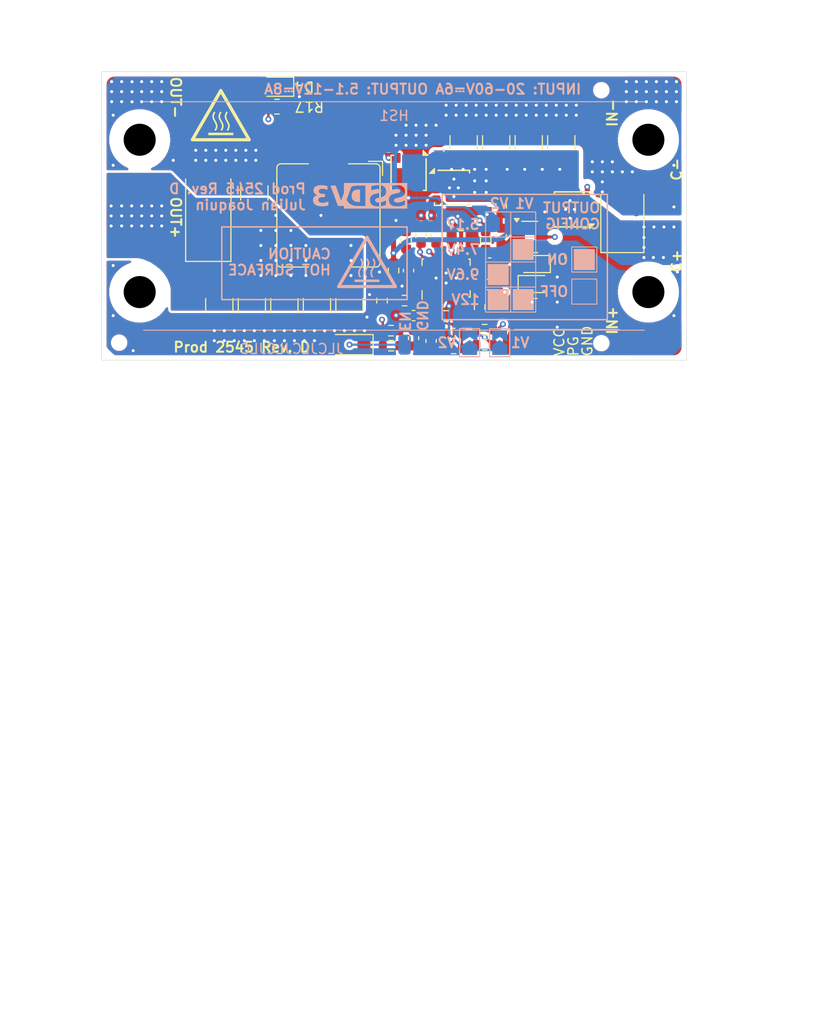
<source format=kicad_pcb>
(kicad_pcb (version 20241229) (generator "pcbnew") (generator_version "9.0")
  (title_block (title "Super Step Down V3") (date "2025-11-08") (rev "D") (company "UBCO Aerospace") (comment 1 "Author(s): Julian Joaquin") (comment 4 "A 12S battery eliminator circuit (BEC) for UAS applications."))
  (layers (0 "F.Cu" signal) (4 "In1.Cu" signal) (6 "In2.Cu" signal) (2 "B.Cu" signal) (13 "F.Paste" user) (15 "B.Paste" user) (5 "F.SilkS" user "F.Silkscreen") (7 "B.SilkS" user "B.Silkscreen") (1 "F.Mask" user) (3 "B.Mask" user) (25 "Edge.Cuts" user))
  (net 0 "")
  (net 1 "PGND")
  (net 2 "AGND")
  (net 3 "VCC")
  (net 4 "VOUT")
  (net 5 "PG")
  (net 6 "VIN")
  (net 7 "VBAT")
  (net 10 "/rpp/U1_VS")
  (net 11 "/rpp/U1_GND")
  (net 12 "/buck_converter/U2_VIN")
  (net 13 "/buck_converter/SS_TRK")
  (net 14 "/buck_converter/COMP_RC2")
  (net 15 "/buck_converter/FB")
  (net 16 "/buck_converter/COMP_RC1")
  (net 17 "/buck_converter/COMP")
  (net 18 "/buck_converter/RBST")
  (net 19 "/buck_converter/BST")
  (net 20 "/buck_converter/ILIM")
  (net 21 "/buck_converter/VOUT_LED")
  (net 22 "/buck_converter/JP_CFG1")
  (net 23 "/buck_converter/JP_CFG2")
  (net 24 "/buck_converter/SW")
  (net 25 "/rpp/U1_GATE")
  (net 26 "/buck_converter/HO")
  (net 27 "/buck_converter/LO")
  (net 28 "U2_EN")
  (net 29 "/buck_converter/SYNCIN")
  (net 30 "/buck_converter/RT")
  (net 31 "U1_EN")
  (footprint "Capacitor_SMD:C_1210_3225Metric" (layer "F.Cu") (at 131.75 123.35 -90)
    (property "Reference" "C22" (hide yes))
    (property "Value" "22uF")
  )
  (footprint "Diode_SMD:D_SOD-323" (layer "F.Cu") (at 163.2 119.2 180)
    (property "Reference" "D2" (hide yes))
    (property "Value" "BAT46WS")
  )
  (footprint "Capacitor_SMD:C_0603_1608Metric" (layer "F.Cu") (at 153.4 116.35 -90)
    (property "Reference" "C15" (hide yes))
    (property "Value" "100nF")
  )
  (footprint "Resistor_SMD:R_0603_1608Metric" (layer "F.Cu") (at 150.4 116.85 -90)
    (property "Reference" "R2" (hide yes))
    (property "Value" "2.2")
  )
  (footprint "Diode_SMD:D_SOD-323" (layer "F.Cu") (at 163.2 121.2)
    (property "Reference" "D3" (hide yes))
    (property "Value" "BAT46WS")
  )
  (footprint "Connector_Pad:SolderWirePad_1x03_SMD_1.5x2mm" (layer "F.Cu") (at 160.44 127.25)
    (property "Reference" "J8" (hide yes))
    (property "Value" "SolderPad_1x03")
  )
  (footprint "Resistor_SMD:R_0603_1608Metric" (layer "F.Cu") (at 148.9 125.85)
    (property "Reference" "R9" (hide yes))
    (property "Value" "68")
  )
  (footprint "Connector_Wire:SolderWirePad_1x01_SMD_1.5x3mm" (layer "F.Cu") (at 176.4 117 -90)
    (property "Reference" "J2" (hide yes))
    (property "Value" "SolderPad")
  )
  (footprint "Package_SON_JJ:Infineon_PG-TSDSON-8-26_3.3x3.3mm_P0.65mm" (layer "F.Cu") (at 150.65 110.1 -90)
    (property "Reference" "Q3" (hide yes))
    (property "Value" "BSZ096N10LS5")
  )
  (footprint "Capacitor_SMD:C_0603_1608Metric" (layer "F.Cu") (at 151.15 126.6 -90)
    (property "Reference" "C12" (hide yes))
    (property "Value" "1.5nF")
  )
  (footprint "NetTie:NetTie-2_SMD_Pad0.5mm" (layer "F.Cu") (at 154.65 121.625 -90)
    (property "Reference" "NT1" (hide yes))
    (property "Value" "NetTie_2" (hide yes))
  )
  (footprint "Resistor_SMD:R_0603_1608Metric" (layer "F.Cu") (at 151.9 116.35 -90)
    (property "Reference" "R15" (hide yes))
    (property "Value" "2.2")
  )
  (footprint "Capacitor_SMD:C_0805_2012Metric" (layer "F.Cu") (at 155.9 116.6)
    (property "Reference" "C10" (hide yes))
    (property "Value" "2.2uF")
  )
  (footprint "Package_TO_SOT_SMD:TSOT-23-6" (layer "F.Cu") (at 162.75 116.5)
    (property "Reference" "U1" (hide yes))
    (property "Value" "LM5050-1")
  )
  (footprint "Connector_Wire:SolderWirePad_1x01_SMD_3x6mm" (layer "F.Cu") (at 123.5 102 90)
    (property "Reference" "J6" (hide yes))
    (property "Value" "SolderPad")
  )
  (footprint "Resistor_SMD:R_0603_1608Metric" (layer "F.Cu") (at 158.75 121.25 180)
    (property "Reference" "R5" (hide yes))
    (property "Value" "20k")
  )
  (footprint "Capacitor_SMD:C_0603_1608Metric" (layer "F.Cu") (at 155.15 126.125)
    (property "Reference" "C13" (hide yes))
    (property "Value" "4.7nF")
  )
  (footprint "Resistor_SMD:R_0603_1608Metric" (layer "F.Cu") (at 154.4 124.375)
    (property "Reference" "R14" (hide yes))
    (property "Value" "3.74k")
  )
  (footprint "Capacitor_SMD:C_0603_1608Metric" (layer "F.Cu") (at 150.65 119.85 -90)
    (property "Reference" "C9" (hide yes))
    (property "Value" "100nF")
  )
  (footprint "Capacitor_SMD:C_1210_3225Metric" (layer "F.Cu") (at 162.65 107.1 90)
    (property "Reference" "C5" (hide yes))
    (property "Value" "10uF")
  )
  (footprint "Capacitor_Tantalum_SMD:CP_EIA-7343-20_Kemet-V_HandSolder" (layer "F.Cu") (at 130.65 114.35 90)
    (property "Reference" "C23" (hide yes))
    (property "Value" "100uF")
  )
  (footprint "Connector_Wire:SolderWirePad_1x01_SMD_3x6mm" (layer "F.Cu") (at 123.5 114.4 90)
    (property "Reference" "J5" (hide yes))
    (property "Value" "SolderPad")
  )
  (footprint "Connector_Wire:SolderWirePad_1x01_SMD_3x6mm" (layer "F.Cu") (at 174.9 126.8 -90)
    (property "Reference" "J1" (hide yes))
    (property "Value" "SolderPad")
  )
  (footprint "Capacitor_SMD:C_0603_1608Metric" (layer "F.Cu") (at 153.65 107.85 90)
    (property "Reference" "C4" (hide yes))
    (property "Value" "100nF")
  )
  (footprint "Capacitor_SMD:C_1210_3225Metric" (layer "F.Cu") (at 165.9 107.1 90)
    (property "Reference" "C8" (hide yes))
    (property "Value" "10uF")
  )
  (footprint "Capacitor_SMD:C_1210_3225Metric" (layer "F.Cu") (at 156.15 107.1 90)
    (property "Reference" "C7" (hide yes))
    (property "Value" "10uF")
  )
  (footprint "Capacitor_SMD:C_1210_3225Metric" (layer "F.Cu") (at 159.4 107.1 90)
    (property "Reference" "C6" (hide yes))
    (property "Value" "10uF")
  )
  (footprint "Capacitor_SMD:C_1210_3225Metric" (layer "F.Cu") (at 135 123.35 -90)
    (property "Reference" "C19" (hide yes))
    (property "Value" "22uF")
  )
  (footprint "Package_SON_JJ:Texas_DQG0008A_3.3x3.3mm_P0.65mm_ThermalVias-D0.3mm" (layer "F.Cu") (at 154.95 111.6)
    (property "Reference" "Q2" (hide yes))
    (property "Value" "CSD19537Q3")
  )
  (footprint "Capacitor_SMD:C_1210_3225Metric" (layer "F.Cu") (at 135.25 112.1 90)
    (property "Reference" "C21" (hide yes))
    (property "Value" "22uF")
  )
  (footprint "LOGO" (layer "F.Cu") (at 131.9 104.35)
    (property "Reference" "G***" (hide yes))
    (property "Value" "LOGO" (hide yes))
  )
  (footprint "Capacitor_SMD:C_0603_1608Metric" (layer "F.Cu") (at 152.9 126.875 90)
    (property "Reference" "C14" (hide yes))
    (property "Value" "68pF")
  )
  (footprint "Capacitor_SMD:C_1210_3225Metric" (layer "F.Cu") (at 144.75 123.35 -90)
    (property "Reference" "C20" (hide yes))
    (property "Value" "22uF")
  )
  (footprint "Capacitor_SMD:C_0603_1608Metric" (layer "F.Cu") (at 151.15 124.35 180)
    (property "Reference" "C11" (hide yes))
    (property "Value" "47nF")
  )
  (footprint "Resistor_SMD:R_0603_1608Metric" (layer "F.Cu") (at 158.25 125.75)
    (property "Reference" "R12" (hide yes))
    (property "Value" "6.81k")
  )
  (footprint "Diode_SMD:D_SMB" (layer "F.Cu") (at 172 114.4 90)
    (property "Reference" "D1" (hide yes))
    (property "Value" "64V")
  )
  (footprint "MountingHole:ToolingHole_1.152mm" (layer "F.Cu") (at 169.9 127.1 180)
    (property "Reference" "H6" (hide yes))
    (property "Value" "MountingHole")
  )
  (footprint "Resistor_SMD:R_0603_1608Metric" (layer "F.Cu") (at 149.15 119.85 -90)
    (property "Reference" "R3" (hide yes))
    (property "Value" "150k")
  )
  (footprint "Resistor_SMD:R_0603_1608Metric" (layer "F.Cu") (at 159.25 123.5 -90)
    (property "Reference" "R6" (hide yes))
    (property "Value" "20k")
  )
  (footprint "Inductor_SMD:L_Bourns_SRP1038C_10.0x10.0mm" (layer "F.Cu") (at 142.65 114.35 -90)
    (property "Reference" "L1" (hide yes))
    (property "Value" "4.7uH")
  )
  (footprint "LED_SMD:LED_0805_2012Metric" (layer "F.Cu") (at 137.5 101.5 180)
    (property "Reference" "D4")
    (property "Value" "GREEN")
  )
  (footprint "Resistor_SMD:R_0603_1608Metric" (layer "F.Cu") (at 159.9 113.4 -90)
    (property "Reference" "R1" (hide yes))
    (property "Value" "68")
  )
  (footprint "Resistor_SMD:R_0603_1608Metric" (layer "F.Cu") (at 155.15 127.625)
    (property "Reference" "R11" (hide yes))
    (property "Value" "10k")
  )
  (footprint "Resistor_SMD:R_0603_1608Metric" (layer "F.Cu") (at 150.25 122.85 180)
    (property "Reference" "R7" (hide yes))
    (property "Value" "24k")
  )
  (footprint "Resistor_SMD:R_0603_1608Metric" (layer "F.Cu") (at 148.9 127.35)
    (property "Reference" "R10" (hide yes))
    (property "Value" "20k")
  )
  (footprint "Capacitor_SMD:C_0603_1608Metric" (layer "F.Cu") (at 158.75 119.1)
    (property "Reference" "C16" (hide yes))
    (property "Value" "12pF")
  )
  (footprint "Resistor_SMD:R_0603_1608Metric" (layer "F.Cu") (at 158.25 127.25)
    (property "Reference" "R13" (hide yes))
    (property "Value" "3.48k")
  )
  (footprint "Resistor_SMD:R_0603_1608Metric" (layer "F.Cu") (at 158.35 116.85 -90)
    (property "Reference" "R16" (hide yes))
    (property "Value" "430")
  )
  (footprint "Package_TO_SOT_SMD:SOT-23-3" (layer "F.Cu") (at 162.7 124.2)
    (property "Reference" "D6" (hide yes))
    (property "Value" "8V")
  )
  (footprint "Capacitor_SMD:C_0603_1608Metric" (layer "F.Cu") (at 165.75 118.5 -90)
    (property "Reference" "C2" (hide yes))
    (property "Value" "100nF")
  )
  (footprint "Connector_Wire:SolderWirePad_1x01_SMD_3x6mm" (layer "F.Cu") (at 174.9 102 -90)
    (property "Reference" "J4" (hide yes))
    (property "Value" "SolderPad")
  )
  (footprint "MountingHole:ToolingHole_1.152mm" (layer "F.Cu") (at 169.9 101.85 180)
    (property "Reference" "H7" (hide yes))
    (property "Value" "MountingHole")
  )
  (footprint "Capacitor_SMD:C_0603_1608Metric" (layer "F.Cu") (at 159.9 116.4 -90)
    (property "Reference" "C3" (hide yes))
    (property "Value" "100nF")
  )
  (footprint "Resistor_SMD:R_0603_1608Metric" (layer "F.Cu") (at 148 122.85 -90)
    (property "Reference" "R4" (hide yes))
    (property "Value" "12k")
  )
  (footprint "Resistor_SMD:R_0805_2012Metric" (layer "F.Cu") (at 137.5 103.5)
    (property "Reference" "R17")
    (property "Value" "1k")
  )
  (footprint "Package_QFN_JJ:Texas_RGY0020B_EP_3.5x4.5mm_P0.5mm_ThermalVias-D0.3mm" (layer "F.Cu") (at 154.4 120.6 90)
    (property "Reference" "U2" (hide yes))
    (property "Value" "LM5146")
  )
  (footprint "Package_SON_JJ:Texas_DQG0008A_3.3x3.3mm_P0.65mm_ThermalVias-D0.3mm" (layer "F.Cu") (at 167 113.75 180)
    (property "Reference" "Q1" (hide yes))
    (property "Value" "CSD19537Q3")
  )
  (footprint "Capacitor_SMD:C_1210_3225Metric" (layer "F.Cu") (at 141.5 123.35 -90)
    (property "Reference" "C17" (hide yes))
    (property "Value" "22uF")
  )
  (footprint "Connector_Wire:SolderWirePad_1x01_SMD_1.5x3mm" (layer "F.Cu") (at 176.4 111.8 -90)
    (property "Reference" "J3" (hide yes))
    (property "Value" "SolderPad")
  )
  (footprint "Diode_SMD:D_SMF" (layer "F.Cu") (at 144.75 127.25 180)
    (property "Reference" "D5" (hide yes))
    (property "Value" "60V")
  )
  (footprint "Capacitor_SMD:C_1210_3225Metric" (layer "F.Cu") (at 138.25 123.35 -90)
    (property "Reference" "C18" (hide yes))
    (property "Value" "22uF")
  )
  (footprint "Resistor_SMD:R_0603_1608Metric" (layer "F.Cu") (at 157.75 123.5 -90)
    (property "Reference" "R8" (hide yes))
    (property "Value" "0")
  )
  (footprint "MountingHole:ToolingHole_1.152mm" (layer "F.Cu") (at 121.75 127.05 180)
    (property "Reference" "H5" (hide yes))
    (property "Value" "MountingHole")
  )
  (footprint "LOGO" (layer "B.Cu") (at 146.5 119 180)
    (property "Reference" "G***" (hide yes))
    (property "Value" "LOGO" (hide yes))
  )
  (footprint "Heatsink_JJ:24180xB9x200G" (layer "B.Cu") (at 149.2 114.4 180)
    (property "Reference" "HS1")
    (property "Value" "241802B92200G")
  )
  (footprint "Jumper:SolderJumper-2_P1.3mm_Open_TrianglePad1.0x1.5mm" (layer "B.Cu") (at 156.75 127.05 90)
    (property "Reference" "JP2" (hide yes))
    (property "Value" "9.6V")
  )
  (footprint "Connector_Pad:SolderWirePad_1x02_SMD_1.5x2mm" (layer "B.Cu") (at 150 127.25)
    (property "Reference" "J7" (hide yes))
    (property "Value" "SolderPad_1x02")
  )
  (footprint "Jumper:SolderJumper-2_P1.3mm_Open_TrianglePad1.0x1.5mm" (layer "B.Cu") (at 159.75 127.05 90)
    (property "Reference" "JP1" (hide yes))
    (property "Value" "7.4V")
  )
  (gr_rect (start 168.2 113.305) (end 169.55 114.2) (stroke (width 0.2)) (fill yes) (layer "F.Cu") (net 7))
  (gr_rect (start 162.8875 114.8525) (end 164.7625 115.7475) (stroke (width 0.2)) (fill yes) (layer "F.Cu") (net 6))
  (gr_arc (start 154.7 125.15) (mid 155.018197 125.281801) (end 155.15 125.599998) (stroke (width 0.2)) (layer "F.Cu") (net 15))
  (gr_arc (start 155.15 125.6) (mid 155.281801 125.281803) (end 155.599998 125.15) (stroke (width 0.2)) (layer "F.Cu") (net 15))
  (gr_rect (start 166.95 120.7) (end 169.45 123.2) (stroke (width 0.1)) (fill no) (layer "B.SilkS"))
  (gr_rect (start 158.35 114) (end 163.35 124) (stroke (width 0.1)) (fill no) (layer "B.SilkS"))
  (gr_rect (start 158.6 121.75) (end 160.6 123.75) (stroke (width 0.1)) (fill yes) (layer "B.SilkS"))
  (gr_line (start 171.65 125.75) (end 161.25 125.75) (stroke (width 0.15)) (layer "B.SilkS"))
  (gr_rect (start 154 112.25) (end 170.5 124.75) (stroke (width 0.15)) (fill no) (layer "B.SilkS"))
  (gr_rect (start 161.1 121.75) (end 163.1 123.75) (stroke (width 0.1)) (fill yes) (layer "B.SilkS"))
  (gr_rect (start 166.95 117.5) (end 169.45 120) (stroke (width 0.1)) (fill no) (layer "B.SilkS"))
  (gr_line (start 163.35 121.5) (end 158.35 121.5) (stroke (width 0.1)) (layer "B.SilkS"))
  (gr_rect (start 161.1 116.75) (end 163.1 118.75) (stroke (width 0.1)) (fill yes) (layer "B.SilkS"))
  (gr_rect (start 132 115.5) (end 150.5 122.75) (stroke (width 0.15)) (fill no) (layer "B.SilkS"))
  (gr_line (start 160.85 114) (end 160.85 124) (stroke (width 0.1)) (layer "B.SilkS"))
  (gr_line (start 163.35 119) (end 158.35 119) (stroke (width 0.1)) (layer "B.SilkS"))
  (gr_line (start 163.35 116.5) (end 158.35 116.5) (stroke (width 0.1)) (layer "B.SilkS"))
  (gr_rect (start 167.2 117.75) (end 169.2 119.75) (stroke (width 0.1)) (fill yes) (layer "B.SilkS"))
  (gr_rect (start 158.6 119.25) (end 160.6 121.25) (stroke (width 0.1)) (fill yes) (layer "B.SilkS"))
  (gr_rect (start 120 100) (end 178.4 128.8) (stroke (width 0.05)) (fill no) (layer "Edge.Cuts"))
  (gr_text "VCC" (at 165.7 128.5 90) (layer "F.SilkS") (effects (font (size 1 1)) (justify left)))
  (gr_text "OUT+" (at 127.4 114.575 270) (layer "F.SilkS") (effects (font (size 1 1) (thickness 0.2) (bold yes))))
  (gr_text "IN+" (at 171 126.35 90) (layer "F.SilkS") (effects (font (size 1 1) (thickness 0.2) (bold yes)) (justify left)))
  (gr_text "Prod 2545 Rev. D" (at 134 127.5 0) (layer "F.SilkS") (effects (font (size 1 1) (thickness 0.2) (bold yes))))
  (gr_text "IN-" (at 171 102.6 90) (layer "F.SilkS") (effects (font (size 1 1) (thickness 0.2) (bold yes)) (justify right)))
  (gr_text "C+" (at 178 118.9 90) (layer "F.SilkS") (effects (font (size 1 1) (thickness 0.2) (bold yes)) (justify bottom)))
  (gr_text "OUT-" (at 127.4 102.6 270) (layer "F.SilkS") (effects (font (size 1 1) (thickness 0.2) (bold yes))))
  (gr_text "PG" (at 167.1 128.5 90) (layer "F.SilkS") (effects (font (size 1 1)) (justify left)))
  (gr_text "C-" (at 178 109.75 90) (layer "F.SilkS") (effects (font (size 1 1) (thickness 0.2) (bold yes)) (justify bottom)))
  (gr_text "GND" (at 168.5 128.5 90) (layer "F.SilkS") (effects (font (size 1 1)) (justify left)))
  (gr_text "V2" (at 159.7 113.75 0) (layer "B.SilkS") (effects (font (size 1 1) (thickness 0.2) (bold yes)) (justify bottom mirror)))
  (gr_text "5.1V" (at 157.85 115.25 0) (layer "B.SilkS") (effects (font (size 1 1) (thickness 0.2) (bold yes)) (justify left mirror)))
  (gr_text "EN" (at 150.25 126 270) (layer "B.SilkS") (effects (font (size 1 1) (thickness 0.2) (bold yes)) (justify left mirror)))
  (gr_text "7.4V" (at 157.85 117.75 0) (layer "B.SilkS") (effects (font (size 1 1) (thickness 0.2) (bold yes)) (justify left mirror)))
  (gr_text "V2" (at 155.5 127.05 0) (layer "B.SilkS") (effects (font (size 1 1) (thickness 0.2) (bold yes)) (justify left mirror)))
  (gr_text "Prod 2545 Rev. D\nJulian Joaquin" (at 140.5 112.5 0) (layer "B.SilkS") (effects (font (size 1 1) (thickness 0.2) (bold yes)) (justify left mirror)))
  (gr_text "12V" (at 157.85 122.75 0) (layer "B.SilkS") (effects (font (size 1 1) (thickness 0.2) (bold yes)) (justify left mirror)))
  (gr_text "SSD" (at 150.5 113.75 0) (layer "B.SilkS" knockout) (effects (font (size 2 2) (thickness 0.4) (bold yes) (italic yes)) (justify left bottom mirror)))
  (gr_text "CAUTION\nHOT SURFACE" (at 143 119 0) (layer "B.SilkS") (effects (font (size 1 1) (thickness 0.2) (bold yes)) (justify left mirror)))
  (gr_text "OFF" (at 166.7 121.95 0) (layer "B.SilkS") (effects (font (size 1 1) (thickness 0.2) (bold yes)) (justify left mirror)))
  (gr_text "V1" (at 160.75 127.05 0) (layer "B.SilkS") (effects (font (size 1 1) (thickness 0.2) (bold yes)) (justify right mirror)))
  (gr_text "V3" (at 145 113.75 0) (layer "B.SilkS") (effects (font (size 2 2) (thickness 0.4) (bold yes) (italic yes)) (justify left bottom mirror)))
  (gr_text "INPUT: 20-60V⎓6A OUTPUT: 5.1-12V⎓8A" (at 168 101.75 0) (layer "B.SilkS") (effects (font (size 1 1) (thickness 0.2) (bold yes)) (justify left mirror)))
  (gr_text "9.6V" (at 157.85 120.25 0) (layer "B.SilkS") (effects (font (size 1 1) (thickness 0.2) (bold yes)) (justify left mirror)))
  (gr_text "V1" (at 162.2 113.75 0) (layer "B.SilkS") (effects (font (size 1 1) (thickness 0.2) (bold yes)) (justify bottom mirror)))
  (gr_text "OUTPUT\nCONFIG" (at 169.9 114.4 0) (layer "B.SilkS") (effects (font (size 1 1) (thickness 0.2) (bold yes)) (justify left mirror)))
  (gr_text "GND" (at 152 126 270) (layer "B.SilkS") (effects (font (size 1 1) (thickness 0.2) (bold yes)) (justify left mirror)))
  (gr_text "ON" (at 166.7 118.75 0) (layer "B.SilkS") (effects (font (size 1 1) (thickness 0.2) (bold yes)) (justify left mirror)))
  (gr_text "JLCJLCJLCJLC" (at 144.25 128.25 0) (layer "B.SilkS") (effects (font (size 1 1)) (justify left bottom mirror)))
  (segment (start 156.149999 118.950001) (end 156.149999 118.600001) (width 0.25) (layer "F.Cu") (net 1))
  (segment (start 156.149999 119.350001) (end 156.149999 118.950001) (width 0.25) (layer "F.Cu") (net 1))
  (segment (start 155.566977 114.433023) (end 155.566977 114.502322) (width 0.5) (layer "F.Cu") (net 1))
  (segment (start 154.900001 120.6) (end 156.149999 119.350001) (width 0.25) (layer "F.Cu") (net 1))
  (segment (start 156.85 115.8) (end 156.85 116.6) (width 0.5) (layer "F.Cu") (net 1))
  (segment (start 155.75229 114.687635) (end 155.75229 114.70229) (width 0.5) (layer "F.Cu") (net 1))
  (segment (start 156.85 117.9) (end 156.85 116.6) (width 0.25) (layer "F.Cu") (net 1))
  (segment (start 155.75229 114.70229) (end 156.85 115.8) (width 0.5) (layer "F.Cu") (net 1))
  (segment (start 155.566977 114.502322) (end 155.75229 114.687635) (width 0.5) (layer "F.Cu") (net 1))
  (segment (start 156.149999 118.600001) (end 156.85 117.9) (width 0.25) (layer "F.Cu") (net 1))
  (via (at 144.25 125.85) (size 0.6) (drill 0.3) (layers "F.Cu" "B.Cu") (net 1))
  (via (at 132.25 125.85) (size 0.6) (drill 0.3) (layers "F.Cu" "B.Cu") (net 1))
  (via (at 136.25 126.85) (size 0.6) (drill 0.3) (layers "F.Cu" "B.Cu") (net 1))
  (via (at 165.5 125.5) (size 0.6) (drill 0.3) (layers "F.Cu" "B.Cu") (net 1))
  (via (at 149.4 114.85) (size 0.6) (drill 0.3) (layers "F.Cu" "B.Cu") (net 1))
  (via (at 154.4 103.35) (size 0.6) (drill 0.3) (layers "F.Cu" "B.Cu") (net 1))
  (via (at 149.4 107.350952) (size 0.6) (drill 0.3) (layers "F.Cu" "B.Cu") (net 1))
  (via (at 158.5 114.25) (size 0.6) (drill 0.3) (layers "F.Cu" "B.Cu") (net 1))
  (via (at 167.4 104.35) (size 0.6) (drill 0.3) (layers "F.Cu" "B.Cu") (net 1))
  (via (at 161.4 103.35) (size 0.6) (drill 0.3) (layers "F.Cu" "B.Cu") (net 1))
  (via (at 121.15 109.35) (size 0.6) (drill 0.3) (layers "F.Cu" "B.Cu") (net 1))
  (via (at 163.4 104.35) (size 0.6) (drill 0.3) (layers "F.Cu" "B.Cu") (net 1))
  (via (at 170 110) (size 0.6) (drill 0.3) (layers "F.Cu" "B.Cu") (net 1))
  (via (at 133.25 126.85) (size 0.6) (drill 0.3) (layers "F.Cu" "B.Cu") (net 1))
  (via (at 177.5 120) (size 0.6) (drill 0.3) (layers "F.Cu" "B.Cu") (net 1))
  (via (at 142.267818 125.861786) (size 0.6) (drill 0.3) (layers "F.Cu" "B.Cu") (net 1))
  (via (at 159.4 104.35) (size 0.6) (drill 0.3) (layers "F.Cu" "B.Cu") (net 1))
  (via (at 140.25 126.85) (size 0.6) (drill 0.3) (layers "F.Cu" "B.Cu") (net 1))
  (via (at 155.566977 114.433023) (size 0.6) (drill 0.3) (layers "F.Cu" "B.Cu") (net 1))
  (via (at 161.4 104.35) (size 0.6) (drill 0.3) (layers "F.Cu" "B.Cu") (net 1))
  (via (at 137.25 125.85) (size 0.6) (drill 0.3) (layers "F.Cu" "B.Cu") (net 1))
  (via (at 139.25 126.85) (size 0.6) (drill 0.3) (layers "F.Cu" "B.Cu") (net 1))
  (via (at 152.4 107.35) (size 0.6) (drill 0.3) (layers "F.Cu" "B.Cu") (net 1))
  (via (at 157.4 104.35) (size 0.6) (drill 0.3) (layers "F.Cu" "B.Cu") (net 1))
  (via (at 149.4 106.35) (size 0.6) (drill 0.3) (layers "F.Cu" "B.Cu") (net 1))
  (via (at 165.5 123) (size 0.6) (drill 0.3) (layers "F.Cu" "B.Cu") (net 1))
  (via (at 154.4 104.35) (size 0.6) (drill 0.3) (layers "F.Cu" "B.Cu") (net 1))
  (via (at 134.4 107.85) (size 0.6) (drill 0.3) (layers "F.Cu" "B.Cu") (net 1))
  (via (at 131.25 125.85) (size 0.6) (drill 0.3) (layers "F.Cu" "B.Cu") (net 1))
  (via (at 132.25 126.85) (size 0.6) (drill 0.3) (layers "F.Cu" "B.Cu") (net 1))
  (via (at 153.4 105.35) (size 0.6) (drill 0.3) (layers "F.Cu" "B.Cu") (net 1))
  (via (at 155.4 104.35) (size 0.6) (drill 0.3) (layers "F.Cu" "B.Cu") (net 1))
  (via (at 138.25 125.85) (size 0.6) (drill 0.3) (layers "F.Cu" "B.Cu") (net 1))
  (via (at 135.25 126.85) (size 0.6) (drill 0.3) (layers "F.Cu" "B.Cu") (net 1))
  (via (at 152.4 106.35) (size 0.6) (drill 0.3) (layers "F.Cu" "B.Cu") (net 1))
  (via (at 170 111) (size 0.6) (drill 0.3) (layers "F.Cu" "B.Cu") (net 1))
  (via (at 146.25 125.85) (size 0.6) (drill 0.3) (layers "F.Cu" "B.Cu") (net 1))
  (via (at 166.4 104.35) (size 0.6) (drill 0.3) (layers "F.Cu" "B.Cu") (net 1))
  (via (at 166.4 103.35) (size 0.6) (drill 0.3) (layers "F.Cu" "B.Cu") (net 1))
  (via (at 155.4 103.35) (size 0.6) (drill 0.3) (layers "F.Cu" "B.Cu") (net 1))
  (via (at 129.4 107.85) (size 0.6) (drill 0.3) (layers "F.Cu" "B.Cu") (net 1))
  (via (at 134.25 126.85) (size 0.6) (drill 0.3) (layers "F.Cu" "B.Cu") (net 1))
  (via (at 163 123) (size 0.6) (drill 0.3) (layers "F.Cu" "B.Cu") (net 1))
  (via (at 135.4 108.85) (size 0.6) (drill 0.3) (layers "F.Cu" "B.Cu") (net 1))
  (via (at 133.4 108.85) (size 0.6) (drill 0.3) (layers "F.Cu" "B.Cu") (net 1))
  (via (at 159.4 103.35) (size 0.6) (drill 0.3) (layers "F.Cu" "B.Cu") (net 1))
  (via (at 169 110) (size 0.6) (drill 0.3) (layers "F.Cu" "B.Cu") (net 1))
  (via (at 177.15 109.35) (size 0.6) (drill 0.3) (layers "F.Cu" "B.Cu") (net 1))
  (via (at 141.25 125.85) (size 0.6) (drill 0.3) (layers "F.Cu" "B.Cu") (net 1))
  (via (at 164.4 103.35) (size 0.6) (drill 0.3) (layers "F.Cu" "B.Cu") (net 1))
  (via (at 171 109) (size 0.6) (drill 0.3) (layers "F.Cu" "B.Cu") (net 1))
  (via (at 150.4 106.35) (size 0.6) (drill 0.3) (layers "F.Cu" "B.Cu") (net 1))
  (via (at 156.4 104.35) (size 0.6) (drill 0.3) (layers "F.Cu" "B.Cu") (net 1))
  (via (at 151.4 107.35) (size 0.6) (drill 0.3) (layers "F.Cu" "B.Cu") (net 1))
  (via (at 138.25 126.85) (size 0.6) (drill 0.3) (layers "F.Cu" "B.Cu") (net 1))
  (via (at 145.25 125.85) (size 0.6) (drill 0.3) (layers "F.Cu" "B.Cu") (net 1))
  (via (at 139.25 125.85) (size 0.6) (drill 0.3) (layers "F.Cu" "B.Cu") (net 1))
  (via (at 172 110) (size 0.6) (drill 0.3) (layers "F.Cu" "B.Cu") (net 1))
  (via (at 121.15 119.35) (size 0.6) (drill 0.3) (layers "F.Cu" "B.Cu") (net 1))
  (via (at 165.4 104.35) (size 0.6) (drill 0.3) (layers "F.Cu" "B.Cu") (net 1))
  (via (at 123.15 127.85) (size 0.6) (drill 0.3) (layers "F.Cu" "B.Cu") (net 1))
  (via (at 137.25 126.85) (size 0.6) (drill 0.3) (layers "F.Cu" "B.Cu") (net 1))
  (via (at 141.9 114.35) (size 0.6) (drill 0.3) (layers "F.Cu" "B.Cu") (net 1))
  (via (at 134.25 125.85) (size 0.6) (drill 0.3) (layers "F.Cu" "B.Cu") (net 1))
  (via (at 158.4 103.35) (size 0.6) (drill 0.3) (layers "F.Cu" "B.Cu") (net 1))
  (via (at 157.4 103.35) (size 0.6) (drill 0.3) (layers "F.Cu" "B.Cu") (net 1))
  (via (at 136.25 125.85) (size 0.6) (drill 0.3) (layers "F.Cu" "B.Cu") (net 1))
  (via (at 173 110) (size 0.6) (drill 0.3) (layers "F.Cu" "B.Cu") (net 1))
  (via (at 147.75 120) (size 0.6) (drill 0.3) (layers "F.Cu" "B.Cu") (net 1))
  (via (at 146.75 122.25) (size 0.6) (drill 0.3) (layers "F.Cu" "B.Cu") (net 1))
  (via (at 170 112) (size 0.6) (drill 0.3) (layers "F.Cu" "B.Cu") (net 1))
  (via (at 177.15 113.5) (size 0.6) (drill 0.3) (layers "F.Cu" "B.Cu") (net 1))
  (via (at 156.4 103.35) (size 0.6) (drill 0.3) (layers "F.Cu" "B.Cu") (net 1))
  (via (at 139.75 102.5) (size 0.6) (drill 0.3) (layers "F.Cu" "B.Cu") (net 1))
  (via (at 169 109) (size 0.6) (drill 0.3) (layers "F.Cu" "B.Cu") (net 1))
  (via (at 133.4 107.85) (size 0.6) (drill 0.3) (layers "F.Cu" "B.Cu") (net 1))
  (via (at 127.15 108.85) (size 0.6) (drill 0.3) (layers "F.Cu" "B.Cu") (net 1))
  (via (at 143.25 125.85) (size 0.6) (drill 0.3) (layers "F.Cu" "B.Cu") (net 1))
  (via (at 165.5 120.5) (size 0.6) (drill 0.3) (layers "F.Cu" "B.Cu") (net 1))
  (via (at 135.4 107.85) (size 0.6) (drill 0.3) (layers "F.Cu" "B.Cu") (net 1))
  (via (at 135.25 125.85) (size 0.6) (drill 0.3) (layers "F.Cu" "B.Cu") (net 1))
  (via (at 158.4 104.35) (size 0.6) (drill 0.3) (layers "F.Cu" "B.Cu") (net 1))
  (via (at 160.75 119.25) (size 0.6) (drill 0.3) (layers "F.Cu" "B.Cu") (net 1))
  (via (at 151.4 105.35) (size 0.6) (drill 0.3) (layers "F.Cu" "B.Cu") (net 1))
  (via (at 129.4 108.85) (size 0.6) (drill 0.3) (layers "F.Cu" "B.Cu") (net 1))
  (via (at 121.15 124.35) (size 0.6) (drill 0.3) (layers "F.Cu" "B.Cu") (net 1))
  (via (at 146.5 124.5) (size 0.6) (drill 0.3) (layers "F.Cu" "B.Cu") (net 1))
  (via (at 132.4 108.85) (size 0.6) (drill 0.3) (layers "F.Cu" "B.Cu") (net 1))
  (via (at 150.4 107.35) (size 0.6) (drill 0.3) (layers "F.Cu" "B.Cu") (net 1))
  (via (at 163.4 103.35) (size 0.6) (drill 0.3) (layers "F.Cu" "B.Cu") (net 1))
  (via (at 134.4 108.85) (size 0.6) (drill 0.3) (layers "F.Cu" "B.Cu") (net 1))
  (via (at 162.4 103.35) (size 0.6) (drill 0.3) (layers "F.Cu" "B.Cu") (net 1))
  (via (at 121.15 104.35) (size 0.6) (drill 0.3) (layers "F.Cu" "B.Cu") (net 1))
  (via (at 133.25 125.85) (size 0.6) (drill 0.3) (layers "F.Cu" "B.Cu") (net 1))
  (via (at 165.4 103.35) (size 0.6) (drill 0.3) (layers "F.Cu" "B.Cu") (net 1))
  (via (at 130.4 108.85) (size 0.6) (drill 0.3) (layers "F.Cu" "B.Cu") (net 1))
  (via (at 131.4 108.85) (size 0.6) (drill 0.3) (layers "F.Cu" "B.Cu") (net 1))
  (via (at 132.4 107.85) (size 0.6) (drill 0.3) (layers "F.Cu" "B.Cu") (net 1))
  (via (at 151.4 106.35) (size 0.6) (drill 0.3) (layers "F.Cu" "B.Cu") (net 1))
  (via (at 160.4 104.35) (size 0.6) (drill 0.3) (layers "F.Cu" "B.Cu") (net 1))
  (via (at 171 110) (size 0.6) (drill 0.3) (layers "F.Cu" "B.Cu") (net 1))
  (via (at 131.25 126.85) (size 0.6) (drill 0.3) (layers "F.Cu" "B.Cu") (net 1))
  (via (at 150.4 105.35) (size 0.6) (drill 0.3) (layers "F.Cu" "B.Cu") (net 1))
  (via (at 162.4 104.35) (size 0.6) (drill 0.3) (layers "F.Cu" "B.Cu") (net 1))
  (via (at 170 109) (size 0.6) (drill 0.3) (layers "F.Cu" "B.Cu") (net 1))
  (via (at 150 121.4) (size 0.6) (drill 0.3) (layers "F.Cu" "B.Cu") (net 1))
  (via (at 130.4 107.85) (size 0.6) (drill 0.3) (layers "F.Cu" "B.Cu") (net 1))
  (via (at 140.25 125.85) (size 0.6) (drill 0.3) (layers "F.Cu" "B.Cu") (net 1))
  (via (at 141.25 126.85) (size 0.6) (drill 0.3) (layers "F.Cu" "B.Cu") (net 1))
  (via (at 131.4 107.85) (size 0.6) (drill 0.3) (layers "F.Cu" "B.Cu") (net 1))
  (via (at 152.4 105.35) (size 0.6) (drill 0.3) (layers "F.Cu" "B.Cu") (net 1))
  (via (at 160.4 103.35) (size 0.6) (drill 0.3) (layers "F.Cu" "B.Cu") (net 1))
  (via (at 164.4 104.35) (size 0.6) (drill 0.3) (layers "F.Cu" "B.Cu") (net 1))
  (via (at 167.4 103.35) (size 0.6) (drill 0.3) (layers "F.Cu" "B.Cu") (net 1))
  (via (at 177.15 124.35) (size 0.6) (drill 0.3) (layers "F.Cu" "B.Cu") (net 1))
  (segment (start 154.796447 123.946447) (end 155.225 124.375) (width 0.3) (layer "F.Cu") (net 2))
  (segment (start 154.65 123.429986) (end 154.65 123.592893) (width 0.3) (layer "F.Cu") (net 2))
  (segment (start 154.65 123.356672) (end 154.65 122.249999) (width 0.25) (layer "F.Cu") (net 2))
  (segment (start 154.686657 123.393329) (end 154.65 123.429986) (width 0.25) (layer "F.Cu") (net 2))
  (segment (start 154.686657 123.393329) (end 154.65 123.356672) (width 0.25) (layer "F.Cu") (net 2))
  (via (at 154.686657 123.393329) (size 0.6) (drill 0.3) (layers "F.Cu" "B.Cu") (net 2))
  (via (at 149.4 124.325) (size 0.6) (drill 0.3) (layers "F.Cu" "B.Cu") (net 2))
  (arc (start 154.796447 123.946447) (mid 154.68806 123.784235) (end 154.65 123.592893) (width 0.3) (layer "F.Cu") (net 2))
  (segment (start 154.686657 126.186657) (end 156.275 127.775) (width 0.25) (layer "B.Cu") (net 2))
  (segment (start 156.275 127.775) (end 159.75 127.775) (width 0.25) (layer "B.Cu") (net 2))
  (segment (start 154.686657 123.393329) (end 154.686657 126.186657) (width 0.25) (layer "B.Cu") (net 2))
  (segment (start 155.150001 118.332108) (end 155.150001 118.950001) (width 0.25) (layer "F.Cu") (net 3))
  (segment (start 154.95 117.925) (end 155.003555 117.978555) (width 0.25) (layer "F.Cu") (net 3))
  (segment (start 154.95 117.825) (end 154.95 116.6) (width 0.4) (layer "F.Cu") (net 3))
  (segment (start 161.016053 125.733947) (end 160.836446 125.913554) (width 0.25) (layer "F.Cu") (net 3))
  (segment (start 160.69 126.267107) (end 160.69 127.25) (width 0.25) (layer "F.Cu") (net 3))
  (segment (start 154.95 117.825) (end 154.95 117.925) (width 0.25) (layer "F.Cu") (net 3))
  (segment (start 159.25 122.675) (end 159.25 121.782107) (width 0.25) (layer "F.Cu") (net 3))
  (segment (start 159.575 121.325) (end 160.25 122) (width 0.25) (layer "F.Cu") (net 3))
  (segment (start 161.016053 124.516053) (end 159.25 122.75) (width 0.25) (layer "F.Cu") (net 3))
  (segment (start 161.1625 124.869607) (end 161.1625 125.380393) (width 0.25) (layer "F.Cu") (net 3))
  (via (at 154.95 117.825) (size 0.6) (drill 0.3) (layers "F.Cu" "B.Cu") (net 3))
  (via (at 160.25 122) (size 0.6) (drill 0.3) (layers "F.Cu" "B.Cu") (net 3))
  (arc (start 160.836446 125.913554) (mid 160.72806 126.075766) (end 160.69 126.267107) (width 0.25) (layer "F.Cu") (net 3))
  (arc (start 155.150001 118.332108) (mid 155.111941 118.140767) (end 155.003555 117.978555) (width 0.25) (layer "F.Cu") (net 3))
  (arc (start 161.016053 125.733947) (mid 161.12444 125.571735) (end 161.1625 125.380393) (width 0.25) (layer "F.Cu") (net 3))
  (arc (start 159.25 121.782107) (mid 159.28806 121.590765) (end 159.396447 121.428553) (width 0.25) (layer "F.Cu") (net 3))
  (arc (start 161.016053 124.516053) (mid 161.12444 124.678265) (end 161.1625 124.869607) (width 0.25) (layer "F.Cu") (net 3))
  (segment (start 148.075 124.825) (end 148.075 125.85) (width 0.25) (layer "F.Cu") (net 4))
  (segment (start 136.65 104.75) (end 136.65 103.5625) (width 0.25) (layer "F.Cu") (net 4))
  (segment (start 148 124.75) (end 148.075 124.825) (width 0.25) (layer "F.Cu") (net 4))
  (segment (start 148.075 125.85) (end 148.075 127.35) (width 0.2) (layer "F.Cu") (net 4))
  (via (at 135.9 118.85) (size 0.6) (drill 0.3) (layers "F.Cu" "B.Cu") (net 4))
  (via (at 137.4 117.35) (size 0.6) (drill 0.3) (layers "F.Cu" "B.Cu") (net 4))
  (via (at 148 124.75) (size 0.6) (drill 0.3) (layers "F.Cu" "B.Cu") (net 4))
  (via (at 137.4 120.35) (size 0.6) (drill 0.3) (layers "F.Cu" "B.Cu") (net 4))
  (via (at 138.9 115.85) (size 0.6) (drill 0.3) (layers "F.Cu" "B.Cu") (net 4))
  (via (at 137.4 115.85) (size 0.6) (drill 0.3) (layers "F.Cu" "B.Cu") (net 4))
  (via (at 138.9 117.35) (size 0.6) (drill 0.3) (layers "F.Cu" "B.Cu") (net 4))
  (via (at 135.9 117.35) (size 0.6) (drill 0.3) (layers "F.Cu" "B.Cu") (net 4))
  (via (at 138.9 120.35) (size 0.6) (drill 0.3) (layers "F.Cu" "B.Cu") (net 4))
  (via (at 138.9 118.85) (size 0.6) (drill 0.3) (layers "F.Cu" "B.Cu") (net 4))
  (via (at 144.9 118.85) (size 0.6) (drill 0.3) (layers "F.Cu" "B.Cu") (net 4))
  (via (at 144.9 117.35) (size 0.6) (drill 0.3) (layers "F.Cu" "B.Cu") (net 4))
  (via (at 135.9 120.35) (size 0.6) (drill 0.3) (layers "F.Cu" "B.Cu") (net 4))
  (via (at 135.9 115.85) (size 0.6) (drill 0.3) (layers "F.Cu" "B.Cu") (net 4))
  (via (at 140.4 118.85) (size 0.6) (drill 0.3) (layers "F.Cu" "B.Cu") (net 4))
  (via (at 136.65 104.75) (size 0.6) (drill 0.3) (layers "F.Cu" "B.Cu") (net 4))
  (via (at 137.4 118.85) (size 0.6) (drill 0.3) (layers "F.Cu" "B.Cu") (net 4))
  (via (at 140.4 117.35) (size 0.6) (drill 0.3) (layers "F.Cu" "B.Cu") (net 4))
  (via (at 140.4 120.35) (size 0.6) (drill 0.3) (layers "F.Cu" "B.Cu") (net 4))
  (via (at 137.4 114.35) (size 0.6) (drill 0.3) (layers "F.Cu" "B.Cu") (net 4))
  (via (at 144.9 120.35) (size 0.6) (drill 0.3) (layers "F.Cu" "B.Cu") (net 4))
  (segment (start 161 121.693043) (end 161 122.499871) (width 0.2) (layer "F.Cu") (net 5))
  (segment (start 157.925 121.25) (end 158.554553 120.620447) (width 0.2) (layer "F.Cu") (net 5))
  (segment (start 162.526 124.440085) (end 162.526 127.164) (width 0.2) (layer "F.Cu") (net 5))
  (segment (start 158.908107 120.474) (end 159.780957 120.474) (width 0.2) (layer "F.Cu") (net 5))
  (segment (start 160.134511 120.620447) (end 160.853554 121.33949) (width 0.2) (layer "F.Cu") (net 5))
  (segment (start 156.550001 121.350001) (end 157.824999 121.350001) (width 0.2) (layer "F.Cu") (net 5))
  (segment (start 161.146447 122.853425) (end 162.379554 124.086532) (width 0.2) (layer "F.Cu") (net 5))
  (arc (start 158.554553 120.620447) (mid 158.716765 120.51206) (end 158.908107 120.474) (width 0.2) (layer "F.Cu") (net 5))
  (arc (start 161 122.499871) (mid 161.03806 122.691213) (end 161.146447 122.853425) (width 0.2) (layer "F.Cu") (net 5))
  (arc (start 159.780957 120.474) (mid 159.972299 120.51206) (end 160.134511 120.620447) (width 0.2) (layer "F.Cu") (net 5))
  (arc (start 161 121.693043) (mid 160.96194 121.501702) (end 160.853554 121.33949) (width 0.2) (layer "F.Cu") (net 5))
  (arc (start 162.526 124.440085) (mid 162.48794 124.248744) (end 162.379554 124.086532) (width 0.2) (layer "F.Cu") (net 5))
  (segment (start 149.932107 116.025) (end 150.4 116.025) (width 0.5) (layer "F.Cu") (net 6))
  (segment (start 149.15 119.025) (end 149.15 118.1) (width 0.5) (layer "F.Cu") (net 6))
  (segment (start 149.15 118.1) (end 149.15 116.807107) (width 0.5) (layer "F.Cu") (net 6))
  (segment (start 149.296447 116.453553) (end 149.578554 116.171446) (width 0.5) (layer "F.Cu") (net 6))
  (via (at 174.15 115.5) (size 0.6) (drill 0.3) (layers "F.Cu" "B.Cu") (net 6))
  (via (at 160.5 109.75) (size 0.6) (drill 0.3) (layers "F.Cu" "B.Cu") (net 6))
  (via (at 158.4 109.75) (size 0.6) (drill 0.3) (layers "F.Cu" "B.Cu") (net 6))
  (via (at 177.15 115.5) (size 0.6) (drill 0.3) (layers "F.Cu" "B.Cu") (net 6))
  (via (at 157.25 110.9) (size 0.6) (drill 0.3) (layers "F.Cu" "B.Cu") (net 6))
  (via (at 164.25 114) (size 0.6) (drill 0.3) (layers "F.Cu" "B.Cu") (net 6))
  (via (at 175.1 118.55) (size 0.6) (drill 0.3) (layers "F.Cu" "B.Cu") (net 6))
  (via (at 174.15 118.55) (size 0.6) (drill 0.3) (layers "F.Cu" "B.Cu") (net 6))
  (via (at 176.1 118.55) (size 0.6) (drill 0.3) (layers "F.Cu" "B.Cu") (net 6))
  (via (at 174.15 116.55) (size 0.6) (drill 0.3) (layers "F.Cu" "B.Cu") (net 6))
  (via (at 158.4 110.9) (size 0.6) (drill 0.3) (layers "F.Cu" "B.Cu") (net 6))
  (via (at 165.75 109.75) (size 0.6) (drill 0.3) (layers "F.Cu" "B.Cu") (net 6))
  (via (at 174.15 117.55) (size 0.6) (drill 0.3) (layers "F.Cu" "B.Cu") (net 6))
  (via (at 158.4 112.05) (size 0.6) (drill 0.3) (layers "F.Cu" "B.Cu") (net 6))
  (via (at 149.15 118.1) (size 0.6) (drill 0.3) (layers "F.Cu" "B.Cu") (net 6))
  (via (at 157.25 109.75) (size 0.6) (drill 0.3) (layers "F.Cu" "B.Cu") (net 6))
  (via (at 157.25 112.05) (size 0.6) (drill 0.3) (layers "F.Cu" "B.Cu") (net 6))
  (via (at 162.25 109.75) (size 0.6) (drill 0.3) (layers "F.Cu" "B.Cu") (net 6))
  (via (at 156.1 109.75) (size 0.6) (drill 0.3) (layers "F.Cu" "B.Cu") (net 6))
  (via (at 176.15 115.5) (size 0.6) (drill 0.3) (layers "F.Cu" "B.Cu") (net 6))
  (via (at 164 109.75) (size 0.6) (drill 0.3) (layers "F.Cu" "B.Cu") (net 6))
  (via (at 175.15 115.5) (size 0.6) (drill 0.3) (layers "F.Cu" "B.Cu") (net 6))
  (via (at 154.95 109.75) (size 0.6) (drill 0.3) (layers "F.Cu" "B.Cu") (net 6))
  (arc (start 149.578554 116.171446) (mid 149.740766 116.06306) (end 149.932107 116.025) (width 0.5) (layer "F.Cu") (net 6))
  (arc (start 149.296447 116.453553) (mid 149.18806 116.615765) (end 149.15 116.807107) (width 0.5) (layer "F.Cu") (net 6))
  (segment (start 160.5 116.188214) (end 161.688214 115) (width 0.5) (layer "B.Cu") (net 6))
  (segment (start 149.15 118.1) (end 149.890213 117.359787) (width 0.5) (layer "B.Cu") (net 6))
  (segment (start 151.304427 116.774) (end 159.0858 116.774) (width 0.5) (layer "B.Cu") (net 6))
  (arc (start 149.890213 117.359787) (mid 150.53906 116.926241) (end 151.304427 116.774) (width 0.5) (layer "B.Cu") (net 6))
  (arc (start 159.085787 116.774) (mid 159.851154 116.621759) (end 160.5 116.188214) (width 0.5) (layer "B.Cu") (net 6))
  (segment (start 168.44 115.56) (end 168.44 114.72) (width 0.3) (layer "F.Cu") (net 7))
  (segment (start 166.55 117.45) (end 168.44 115.56) (width 0.3) (layer "F.Cu") (net 7))
  (segment (start 163.983947 118.396447) (end 164.103554 118.516054) (width 0.3) (layer "F.Cu") (net 7))
  (segment (start 164.0875 117.45) (end 166.55 117.45) (width 0.3) (layer "F.Cu") (net 7))
  (segment (start 163.8375 118.042893) (end 163.8375 117.5) (width 0.3) (layer "F.Cu") (net 7))
  (segment (start 164.25 118.869607) (end 164.25 119.2) (width 0.3) (layer "F.Cu") (net 7))
  (arc (start 164.25 118.869607) (mid 164.21194 118.678266) (end 164.103554 118.516054) (width 0.3) (layer "F.Cu") (net 7))
  (arc (start 163.983947 118.396447) (mid 163.87556 118.234235) (end 163.8375 118.042893) (width 0.3) (layer "F.Cu") (net 7))
  (segment (start 161.6125 115.55) (end 159.975 115.55) (width 0.25) (layer "F.Cu") (net 10))
  (segment (start 159.9 114.225) (end 159.9 115.625) (width 0.3) (layer "F.Cu") (net 10))
  (segment (start 160.878553 116.646447) (end 160.35 117.175) (width 0.3) (layer "F.Cu") (net 11))
  (segment (start 161.6125 116.5) (end 161.6125 118.355393) (width 0.3) (layer "F.Cu") (net 11))
  (segment (start 162.725 119.675) (end 164.25 121.2) (width 0.3) (layer "F.Cu") (net 11))
  (segment (start 162.35 119.3) (end 162.725 119.675) (width 0.3) (layer "F.Cu") (net 11))
  (segment (start 160.35 117.175) (end 159.9 117.175) (width 0.3) (layer "F.Cu") (net 11))
  (segment (start 162.15 119.3) (end 162.35 119.3) (width 0.3) (layer "F.Cu") (net 11))
  (segment (start 161.758947 118.708947) (end 162.725 119.675) (width 0.3) (layer "F.Cu") (net 11))
  (arc (start 161.6125 118.355393) (mid 161.65056 118.546735) (end 161.758947 118.708947) (width 0.3) (layer "F.Cu") (net 11))
  (arc (start 161.232107 116.5) (mid 161.040765 116.53806) (end 160.878553 116.646447) (width 0.3) (layer "F.Cu") (net 11))
  (segment (start 151.075 119.075) (end 150.65 119.075) (width 0.2) (layer "F.Cu") (net 12))
  (segment (start 151.85 119.85) (end 151.075 119.075) (width 0.2) (layer "F.Cu") (net 12))
  (segment (start 150.4 117.675) (end 150.4 118.825) (width 0.3) (layer "F.Cu") (net 12))
  (segment (start 152.15 119.85) (end 151.85 119.85) (width 0.2) (layer "F.Cu") (net 12))
  (segment (start 153.15 122.249999) (end 153.15 122.667893) (width 0.2) (layer "F.Cu") (net 13))
  (segment (start 153.003553 123.021447) (end 151.925 124.1) (width 0.2) (layer "F.Cu") (net 13))
  (arc (start 153.15 122.667893) (mid 153.11194 122.859235) (end 153.003553 123.021447) (width 0.2) (layer "F.Cu") (net 13))
  (segment (start 151.15 125.825) (end 149.75 125.825) (width 0.2) (layer "F.Cu") (net 14))
  (segment (start 151.15 127.375) (end 151.775736 127.375) (width 0.2) (layer "F.Cu") (net 15))
  (segment (start 154.325 127.625) (end 152.925 127.625) (width 0.2) (layer "F.Cu") (net 15))
  (segment (start 152.299264 127.65) (end 152.9 127.65) (width 0.2) (layer "F.Cu") (net 15))
  (segment (start 151.987868 127.462868) (end 152.087132 127.562132) (width 0.2) (layer "F.Cu") (net 15))
  (segment (start 154.558107 125.151) (end 156.618893 125.151) (width 0.2) (layer "F.Cu") (net 15))
  (segment (start 157.425 125.75) (end 157.425 127.25) (width 0.2) (layer "F.Cu") (net 15))
  (segment (start 149.725 127.35) (end 151.125 127.35) (width 0.2) (layer "F.Cu") (net 15))
  (segment (start 154.325 127.625) (end 155.003554 126.946446) (width 0.2) (layer "F.Cu") (net 15))
  (segment (start 153.575 124.375) (end 154.204554 125.004554) (width 0.2) (layer "F.Cu") (net 15))
  (segment (start 156.972447 125.297447) (end 157.425 125.75) (width 0.2) (layer "F.Cu") (net 15))
  (segment (start 154.15 122.917893) (end 154.15 122.249999) (width 0.2) (layer "F.Cu") (net 15))
  (segment (start 153.721447 123.553553) (end 154.003554 123.271446) (width 0.2) (layer "F.Cu") (net 15))
  (segment (start 153.575 124.375) (end 153.575 123.907107) (width 0.2) (layer "F.Cu") (net 15))
  (segment (start 155.15 126.592893) (end 155.15 125.151) (width 0.2) (layer "F.Cu") (net 15))
  (arc (start 154.204554 125.004554) (mid 154.366766 125.11294) (end 154.558107 125.151) (width 0.2) (layer "F.Cu") (net 15))
  (arc (start 156.618893 125.151) (mid 156.810235 125.18906) (end 156.972447 125.297447) (width 0.2) (layer "F.Cu") (net 15))
  (arc (start 154.15 122.917893) (mid 154.11194 123.109234) (end 154.003554 123.271446) (width 0.2) (layer "F.Cu") (net 15))
  (arc (start 155.003554 126.946446) (mid 155.11194 126.784234) (end 155.15 126.592893) (width 0.2) (layer "F.Cu") (net 15))
  (arc (start 151.987868 127.462868) (mid 151.890541 127.397836) (end 151.775736 127.375) (width 0.2) (layer "F.Cu") (net 15))
  (arc (start 153.575 123.907107) (mid 153.61306 123.715765) (end 153.721447 123.553553) (width 0.2) (layer "F.Cu") (net 15))
  (arc (start 152.087132 127.562132) (mid 152.184459 127.627164) (end 152.299264 127.65) (width 0.2) (layer "F.Cu") (net 15))
  (segment (start 155.975 127.625) (end 155.975 126.175) (width 0.2) (layer "F.Cu") (net 16))
  (segment (start 153.649999 122.743893) (end 153.649999 122.249999) (width 0.2) (layer "F.Cu") (net 17))
  (segment (start 152.874 126.074) (end 152.874 123.934106) (width 0.2) (layer "F.Cu") (net 17))
  (segment (start 154.375 126.125) (end 152.925 126.125) (width 0.2) (layer "F.Cu") (net 17))
  (segment (start 153.020447 123.580552) (end 153.503553 123.097446) (width 0.2) (layer "F.Cu") (net 17))
  (arc (start 153.649999 122.743893) (mid 153.611939 122.935234) (end 153.503553 123.097446) (width 0.2) (layer "F.Cu") (net 17))
  (arc (start 153.020447 123.580552) (mid 152.91206 123.742764) (end 152.874 123.934106) (width 0.2) (layer "F.Cu") (net 17))
  (segment (start 153.4 115.575) (end 151.95 115.575) (width 0.3) (layer "F.Cu") (net 18))
  (segment (start 153.649999 118.950001) (end 153.649999 117.374999) (width 0.25) (layer "F.Cu") (net 19))
  (segment (start 157.396447 119.703552) (end 157.975 119.124999) (width 0.2) (layer "F.Cu") (net 20))
  (segment (start 156.550001 119.849999) (end 157.042893 119.849999) (width 0.2) (layer "F.Cu") (net 20))
  (segment (start 158.35 117.992893) (end 158.35 117.675) (width 0.2) (layer "F.Cu") (net 20))
  (segment (start 158.121447 118.428553) (end 158.203554 118.346446) (width 0.2) (layer "F.Cu") (net 20))
  (arc (start 157.042893 119.849999) (mid 157.234235 119.811939) (end 157.396447 119.703552) (width 0.2) (layer "F.Cu") (net 20))
  (arc (start 158.35 117.992893) (mid 158.31194 118.184234) (end 158.203554 118.346446) (width 0.2) (layer "F.Cu") (net 20))
  (arc (start 157.975 118.782107) (mid 158.01306 118.590765) (end 158.121447 118.428553) (width 0.2) (layer "F.Cu") (net 20))
  (segment (start 138.4125 103.35) (end 136.5625 101.5) (width 0.25) (layer "F.Cu") (net 21))
  (segment (start 159.646447 125.603553) (end 160 125.25) (width 0.25) (layer "F.Cu") (net 22))
  (via (at 160.074432 125.207346) (size 0.6) (drill 0.3) (layers "F.Cu" "B.Cu") (net 22))
  (arc (start 159.292893 125.75) (mid 159.484235 125.71194) (end 159.646447 125.603553) (width 0.25) (layer "F.Cu") (net 22))
  (segment (start 159.75 126.325) (end 159.75 125.531778) (width 0.25) (layer "B.Cu") (net 22))
  (segment (start 159.75 125.531778) (end 160.074432 125.207346) (width 0.25) (layer "B.Cu") (net 22))
  (segment (start 158.25 126.5) (end 159 127.25) (width 0.25) (layer "F.Cu") (net 23))
  (via (at 158.25 126.5) (size 0.6) (drill 0.3) (layers "F.Cu" "B.Cu") (net 23))
  (segment (start 158.075 126.325) (end 156.75 126.325) (width 0.25) (layer "B.Cu") (net 23))
  (segment (start 158.25 126.5) (end 158.075 126.325) (width 0.25) (layer "B.Cu") (net 23))
  (segment (start 151.8 118) (end 151.8 117.275) (width 0.3) (layer "F.Cu") (net 24))
  (segment (start 151.8 118) (end 151.8 118.2) (width 0.25) (layer "F.Cu") (net 24))
  (segment (start 152.85 111.275) (end 153.5 111.275) (width 0.5) (layer "F.Cu") (net 24))
  (segment (start 152.45 118.85) (end 152.65 118.85) (width 0.25) (layer "F.Cu") (net 24))
  (segment (start 151.8 117.275) (end 151.9 117.175) (width 0.25) (layer "F.Cu") (net 24))
  (segment (start 158.203553 115.303553) (end 157.75 114.85) (width 0.25) (layer "F.Cu") (net 24))
  (segment (start 151.8 118.2) (end 152.45 118.85) (width 0.25) (layer "F.Cu") (net 24))
  (segment (start 158.35 116.025) (end 158.35 115.657107) (width 0.25) (layer "F.Cu") (net 24))
  (segment (start 151.9 112.225) (end 152.85 111.275) (width 0.5) (layer "F.Cu") (net 24))
  (segment (start 151.9 112.875) (end 151.9 112.225) (width 0.5) (layer "F.Cu") (net 24))
  (segment (start 151.9 114.35) (end 151.9 112.875) (width 0.4) (layer "F.Cu") (net 24))
  (via (at 151.9 114.35) (size 0.6) (drill 0.3) (layers "F.Cu" "B.Cu") (net 24))
  (via (at 150.65 112.6) (size 0.6) (drill 0.3) (layers "F.Cu" "B.Cu") (net 24))
  (via (at 151.8 118) (size 0.6) (drill 0.3) (layers "F.Cu" "B.Cu") (net 24))
  (via (at 157.75 114.85) (size 0.6) (drill 0.3) (layers "F.Cu" "B.Cu") (net 24))
  (arc (start 158.35 115.657107) (mid 158.31194 115.465765) (end 158.203553 115.303553) (width 0.25) (layer "F.Cu") (net 24))
  (segment (start 153.892893 112.892893) (end 154.207107 113.207107) (width 0.25) (layer "B.Cu") (net 24))
  (segment (start 156.692893 113.792893) (end 157.75 114.85) (width 0.25) (layer "B.Cu") (net 24))
  (segment (start 150.65 112.6) (end 153.185786 112.6) (width 0.25) (layer "B.Cu") (net 24))
  (segment (start 154.914214 113.5) (end 155.985786 113.5) (width 0.25) (layer "B.Cu") (net 24))
  (arc (start 154.207107 113.207107) (mid 154.53153 113.42388) (end 154.914214 113.5) (width 0.25) (layer "B.Cu") (net 24))
  (arc (start 153.185786 112.6) (mid 153.56847 112.67612) (end 153.892893 112.892893) (width 0.25) (layer "B.Cu") (net 24))
  (arc (start 156.692893 113.792893) (mid 156.36847 113.57612) (end 155.985786 113.5) (width 0.25) (layer "B.Cu") (net 24))
  (segment (start 165.25 116.5) (end 163.8875 116.5) (width 0.3) (layer "F.Cu") (net 25))
  (segment (start 168.5 111.5) (end 168.5 112.584) (width 0.5) (layer "F.Cu") (net 25))
  (via (at 165.25 116.5) (size 0.6) (drill 0.3) (layers "F.Cu" "B.Cu") (net 25))
  (via (at 168.5 111.5) (size 0.6) (drill 0.3) (layers "F.Cu" "B.Cu") (net 25))
  (segment (start 153.15 118.35) (end 153.15 118.950001) (width 0.25) (layer "F.Cu") (net 26))
  (segment (start 152.9 114.35) (end 152.925 114.375) (width 0.4) (layer "F.Cu") (net 26))
  (segment (start 152.9 118.1) (end 153.15 118.35) (width 0.3) (layer "F.Cu") (net 26))
  (segment (start 152.9 113.175) (end 153.5 112.575) (width 0.35) (layer "F.Cu") (net 26))
  (segment (start 152.9 114.35) (end 152.9 113.175) (width 0.4) (layer "F.Cu") (net 26))
  (via (at 152.7 117.95) (size 0.6) (drill 0.3) (layers "F.Cu" "B.Cu") (net 26))
  (via (at 152.9 114.35) (size 0.6) (drill 0.3) (layers "F.Cu" "B.Cu") (net 26))
  (segment (start 155.737868 118.012132) (end 155.812132 117.937868) (width 0.25) (layer "F.Cu") (net 27))
  (segment (start 155.9 116.104527) (end 155.9 117.35) (width 0.4) (layer "F.Cu") (net 27))
  (segment (start 155.00129 114.99871) (end 155.753553 115.750973) (width 0.4) (layer "F.Cu") (net 27))
  (segment (start 155.65 118.950001) (end 155.65 118.224264) (width 0.25) (layer "F.Cu") (net 27))
  (segment (start 155.9 117.725736) (end 155.9 117.35) (width 0.3) (layer "F.Cu") (net 27))
  (via (at 148.65 108.6) (size 0.6) (drill 0.3) (layers "F.Cu" "B.Cu") (net 27))
  (via (at 155.00129 114.99871) (size 0.6) (drill 0.3) (layers "F.Cu" "B.Cu") (net 27))
  (arc (start 155.753553 115.750973) (mid 155.86194 115.913185) (end 155.9 116.104527) (width 0.4) (layer "F.Cu") (net 27))
  (arc (start 155.9 117.725736) (mid 155.877164 117.840541) (end 155.812132 117.937868) (width 0.25) (layer "F.Cu") (net 27))
  (arc (start 155.737868 118.012132) (mid 155.672836 118.109459) (end 155.65 118.224264) (width 0.25) (layer "F.Cu") (net 27))
  (segment (start 146.953553 126.046447) (end 146.2 126.8) (width 0.2) (layer "F.Cu") (net 28))
  (segment (start 147.1 123.282107) (end 147.1 125.692893) (width 0.2) (layer "F.Cu") (net 28))
  (segment (start 148.532107 120.675) (end 149.15 120.675) (width 0.2) (layer "F.Cu") (net 28))
  (segment (start 152.249999 121.350001) (end 151.900001 121.350001) (width 0.2) (layer "F.Cu") (net 28))
  (segment (start 146.2 127.25) (end 144.75 127.25) (width 0.2) (layer "F.Cu") (net 28))
  (segment (start 148 122.025) (end 148 121.207107) (width 0.2) (layer "F.Cu") (net 28))
  (segment (start 151.503552 121.496448) (end 151.121446 121.878554) (width 0.2) (layer "F.Cu") (net 28))
  (segment (start 151.900001 121.350001) (end 151.857106 121.350001) (width 0.2) (layer "F.Cu") (net 28))
  (segment (start 148.15 122.025) (end 147.246446 122.928554) (width 0.2) (layer "F.Cu") (net 28))
  (segment (start 150.767893 122.025) (end 148.15 122.025) (width 0.2) (layer "F.Cu") (net 28))
  (segment (start 148.146447 120.853553) (end 148.178554 120.821446) (width 0.2) (layer "F.Cu") (net 28))
  (via (at 144.75 127.25) (size 0.6) (drill 0.3) (layers "F.Cu" "B.Cu") (net 28))
  (arc (start 147.1 125.692893) (mid 147.06194 125.884235) (end 146.953553 126.046447) (width 0.2) (layer "F.Cu") (net 28))
  (arc (start 148 121.207107) (mid 148.03806 121.015765) (end 148.146447 120.853553) (width 0.2) (layer "F.Cu") (net 28))
  (arc (start 151.121446 121.878554) (mid 150.959234 121.98694) (end 150.767893 122.025) (width 0.2) (layer "F.Cu") (net 28))
  (arc (start 148.532107 120.675) (mid 148.340766 120.71306) (end 148.178554 120.821446) (width 0.2) (layer "F.Cu") (net 28))
  (arc (start 147.1 123.282107) (mid 147.13806 123.090766) (end 147.246446 122.928554) (width 0.2) (layer "F.Cu") (net 28))
  (arc (start 151.857106 121.350001) (mid 151.665764 121.388061) (end 151.503552 121.496448) (width 0.2) (layer "F.Cu") (net 28))
  (segment (start 144.75 127.25) (end 150.25 127.25) (width 0.2) (layer "B.Cu") (net 28))
  (segment (start 157.805393 123.0875) (end 156.242152 123.0875) (width 0.2) (layer "F.Cu") (net 29))
  (segment (start 155.888599 122.941054) (end 155.796447 122.848902) (width 0.2) (layer "F.Cu") (net 29))
  (segment (start 158.158947 123.233947) (end 159.25 124.325) (width 0.2) (layer "F.Cu") (net 29))
  (arc (start 156.242152 123.0875) (mid 156.050811 123.04944) (end 155.888599 122.941054) (width 0.2) (layer "F.Cu") (net 29))
  (arc (start 155.796447 122.848902) (mid 155.68806 122.68669) (end 155.65 122.495348) (width 0.2) (layer "F.Cu") (net 29))
  (arc (start 158.158947 123.233947) (mid 157.996735 123.12556) (end 157.805393 123.0875) (width 0.2) (layer "F.Cu") (net 29))
  (segment (start 152.562132 122.687868) (end 152.487868 122.762132) (width 0.2) (layer "F.Cu") (net 30))
  (segment (start 152.275736 122.85) (end 151.225 122.85) (width 0.2) (layer "F.Cu") (net 30))
  (arc (start 152.562132 122.687868) (mid 152.627164 122.590541) (end 152.65 122.475736) (width 0.2) (layer "F.Cu") (net 30))
  (arc (start 152.487868 122.762132) (mid 152.390541 122.827164) (end 152.275736 122.85) (width 0.2) (layer "F.Cu") (net 30))
  (zone (net 12) (net_name "/buck_converter/U2_VIN") (layer "F.Cu") (name "TZU1VIN") (priority 4) (connect_pads yes (clearance 0.25)) (min_thickness 0.25) (fill yes (thermal_gap 0.5) (thermal_bridge_width 0.5))
    (polygon (pts (xy 152.55 120) (xy 152.55 119.7) (xy 152.276787 119.7) (xy 150.9 118.272221) (xy 150.9 117.25) (xy 149.9 117.25) (xy 149.9 117.95) (xy 150.15 118.2) (xy 150.15 119.55) (xy 151.45 119.55) (xy 151.95 120)))
  )
  (zone (net 2) (net_name "AGND") (layer "F.Cu") (name "TZAGND2") (priority 4) (connect_pads yes (clearance 0.25)) (min_thickness 0.25) (fill yes (thermal_gap 0.5) (thermal_bridge_width 0.5))
    (polygon (pts (xy 156.5 123.25) (xy 155.75 122.65) (xy 154.15 122.65) (xy 154.15 125.35) (xy 159 125.35) (xy 159 128.5) (xy 161.25 128.5) (xy 161.25 123.25)))
  )
  (zone (net 0) (net_name "") (layer "F.Cu") (name "TZKOGND") (connect_pads (clearance 0)) (min_thickness 0.25)
    (keepout (tracks allowed) (vias allowed) (pads allowed) (copperpour not_allowed) (footprints allowed))
    (fill (thermal_gap 0.5) (thermal_bridge_width 0.5))
    (polygon (pts (xy 153.9 114.1) (xy 154.65 113.35) (xy 154.15 113.35) (xy 153.65 113.85) (xy 153.65 114.85) (xy 153.9 114.85)))
  )
  (zone (net 0) (net_name "") (layer "F.Cu") (name "TZKO_BK") (connect_pads (clearance 0)) (min_thickness 0.25)
    (keepout (tracks allowed) (vias allowed) (pads allowed) (copperpour not_allowed) (footprints allowed))
    (fill (thermal_gap 0.5) (thermal_bridge_width 0.5))
    (polygon (pts (xy 174.6 124.85) (xy 178.4 124.85) (xy 178.4 119.25) (xy 174.6 119.25)))
  )
  (zone (net 0) (net_name "") (layer "F.Cu") (name "TZKO_BK") (connect_pads (clearance 0)) (min_thickness 0.25)
    (keepout (tracks allowed) (vias allowed) (pads allowed) (copperpour not_allowed) (footprints allowed))
    (fill (thermal_gap 0.5) (thermal_bridge_width 0.5))
    (polygon (pts (xy 174.6 108.9) (xy 178.4 108.9) (xy 178.4 104.05) (xy 174.6 104.05)))
  )
  (zone (net 24) (net_name "/buck_converter/SW") (layer "F.Cu") (name "TZSWCC") (priority 9) (connect_pads yes (clearance 0.25)) (min_thickness 0.25) (fill yes (thermal_gap 0.5) (thermal_bridge_width 0.5))
    (polygon (pts (xy 153.9 114.85) (xy 151.65 114.85) (xy 151.4 114.6) (xy 151.4 110.6) (xy 153.9 110.6)))
  )
  (zone (net 7) (net_name "VBAT") (layer "F.Cu") (name "TZBAT") (priority 1) (connect_pads yes (clearance 0.25)) (min_thickness 0.25) (fill yes (thermal_gap 0.5) (thermal_bridge_width 0.5))
    (polygon (pts (xy 178.45 127.175) (xy 176.575 129.05) (xy 172.95 129.05) (xy 166.75 129.05) (xy 166.75 119) (xy 166.25 118.5) (xy 164.75 118.5) (xy 164.75 115.75) (xy 166.75 115.75) (xy 166.75 113) (xy 169.46736 113) (xy 171.840244 114.85) (xy 178.45 114.85) (xy 178.45 119.25) (xy 178.45 125.25)))
  )
  (zone (net 26) (net_name "/buck_converter/HO") (layer "F.Cu") (name "TZHO") (priority 10) (connect_pads yes (clearance 0.25)) (min_thickness 0.25) (fill yes (thermal_gap 0.5) (thermal_bridge_width 0.5))
    (polygon (pts (xy 153.4 114.85) (xy 153.4 113.6) (xy 153.95 113.05) (xy 153.95 112.35) (xy 153.1 112.35) (xy 152.65 112.8) (xy 152.65 114.85)))
  )
  (zone (net 27) (net_name "/buck_converter/LO") (layer "F.Cu") (name "TZLO") (priority 5) (connect_pads yes (clearance 0.25)) (min_thickness 0.25) (fill yes (thermal_gap 0.5) (thermal_bridge_width 0.5) (island_removal_mode 1) (island_area_min 10))
    (polygon (pts (xy 149.9 109.1) (xy 149.9 108.1) (xy 148.15 108.1) (xy 148.15 109.1)))
  )
  (zone (net 2) (net_name "AGND") (layer "F.Cu") (name "TZAGND1") (priority 3) (connect_pads yes (clearance 0.25)) (min_thickness 0.25) (fill yes (thermal_gap 0.5) (thermal_bridge_width 0.5) (island_removal_mode 1) (island_area_min 10))
    (polygon (pts (xy 151.15 125.1) (xy 151.15 122.35) (xy 147.65 122.35) (xy 147.65 125.1)))
  )
  (zone (net 24) (net_name "/buck_converter/SW") (layer "F.Cu") (name "TZSW") (priority 5) (connect_pads yes (clearance 0.5)) (min_thickness 0.25) (fill yes (thermal_gap 0.5) (thermal_bridge_width 0.5))
    (polygon (pts (xy 150.65 113.85) (xy 151.65 114.85) (xy 152.15 114.85) (xy 152.15 113.85) (xy 153.5875 113.85) (xy 153.95 113.4875) (xy 153.95 110.4) (xy 153.19 109.64) (xy 148.94 109.64) (xy 147.4 108.1) (xy 140.9 108.1) (xy 140.9 111.85) (xy 142.9 113.85)))
  )
  (zone (net 4) (net_name "VOUT") (layers "F.Cu" "B.Cu") (name "TZOUT") (priority 3) (connect_pads yes (clearance 0.25)) (min_thickness 0.25) (fill yes (thermal_gap 0.5) (thermal_bridge_width 0.5))
    (polygon (pts (xy 136.65 112.6) (xy 140.65 116.6) (xy 146.15 116.6) (xy 146.15 123.85) (xy 126.9 123.85) (xy 126.9 121.653323) (xy 126.820899 121.255653) (xy 126.583594 120.682749) (xy 126.283244 120.233244) (xy 125.472341 119.422341) (xy 124.873002 119.021875) (xy 124.109129 118.705469) (xy 123.578902 118.6) (xy 120.15 118.6) (xy 120.15 110.1) (xy 126.9 110.1) (xy 129.4 112.6) (xy 129.9 112.6)))
  )
  (zone (net 1) (net_name "PGND") (layers "F.Cu" "B.Cu" "In1.Cu" "In2.Cu") (name "TZPGND") (connect_pads yes (clearance 0.25)) (min_thickness 0.25) (fill yes (thermal_gap 0.5) (thermal_bridge_width 0.5) (smoothing fillet) (radius 3))
    (polygon (pts (xy 178.4 128.8) (xy 178.4 100.05) (xy 120 100) (xy 120 128.8)))
  )
  (zone (net 6) (net_name "VIN") (layers "F.Cu" "In1.Cu" "In2.Cu") (name "TZVINC") (priority 5) (connect_pads yes (clearance 0.5)) (min_thickness 0.25) (fill yes (thermal_gap 0.5) (thermal_bridge_width 0.5))
    (polygon (pts (xy 173.65 114.85) (xy 173.65 119.25) (xy 177.9 119.25) (xy 177.9 114.85)))
  )
  (zone (net 6) (net_name "VIN") (layers "F.Cu" "In2.Cu") (name "TZVIN") (priority 2) (connect_pads yes (clearance 0.25)) (min_thickness 0.25) (fill yes (thermal_gap 0.5) (thermal_bridge_width 0.5))
    (polygon (pts (xy 165 116) (xy 165.5 115.5) (xy 167.6 115.5) (xy 167.6 107.85) (xy 153.15 107.85) (xy 153.15 108.954645) (xy 154.34 110.199992) (xy 154.34 113) (xy 160.5 113) (xy 161 113.5) (xy 161 114.75) (xy 162.25 114.75) (xy 162.75 115.25) (xy 162.75 115.75) (xy 163 116)))
  )
  (zone (net 6) (net_name "VIN") (layer "B.Cu") (name "TZVIN2") (priority 2) (connect_pads yes (clearance 0.25)) (min_thickness 0.25) (fill yes (thermal_gap 0.5) (thermal_bridge_width 0.5))
    (polygon (pts (xy 167.65 116.362108) (xy 167.65 107.853615) (xy 153.25 107.853615) (xy 152.75 108.25) (xy 150 108.25) (xy 150 111.202712) (xy 151.650903 112.853615) (xy 158.647365 112.853615) (xy 160.25 114.45625) (xy 160.25 116.27831)))
  )
  (zone (net 6) (net_name "VIN") (layer "B.Cu") (name "BZVINC") (priority 5) (connect_pads yes (clearance 0.5)) (min_thickness 0.25) (fill yes (thermal_gap 0.5) (thermal_bridge_width 0.5))
    (polygon (pts (xy 177.9 114.85) (xy 171.840244 114.85) (xy 167.65 111.6) (xy 167.65 116.362108) (xy 171.840244 119.3) (xy 177.9 119.3)))
  )
)
</source>
